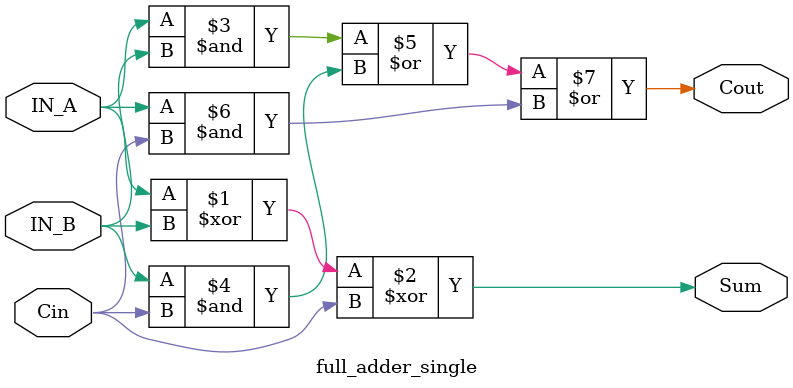
<source format=v>
`timescale 1ns / 1ps

module top(
    input IN_A,
    input IN_B,
    input Cin,
    output Cout1,
    output Sum1,
    output Cout2,
    output Sum2
);

full_adder_single adder1(IN_A, IN_B, Cin, Cout1, Sum1);
full_adder adder2(IN_A, IN_B, Cin, Cout2, Sum2);

endmodule

module half_adder(
    input IN_A,
    input IN_B,
    output Cout,
    output Sum
    );

    assign Sum = IN_A ^ IN_B;
    assign Cout = IN_A & IN_B;

endmodule

module full_adder(
    input IN_A,
    input IN_B,
    input Cin,
    output Cout,
    output Sum
);

    wire Cout1, Cout2, sum1;
    half_adder adder1(IN_A, IN_B, Cout1, sum1);
    half_adder adder2(Cin, sum1, Cout2, Sum);
    assign Cout = Cout1 | Cout2;
   
endmodule

module full_adder_single(
    input IN_A,
    input IN_B,
    input Cin,
    output Cout,
    output Sum
);

    assign Sum = IN_A ^ IN_B ^ Cin;
    assign Cout = (IN_A & IN_B) | (IN_B & Cin) | (IN_A & Cin);

endmodule

</source>
